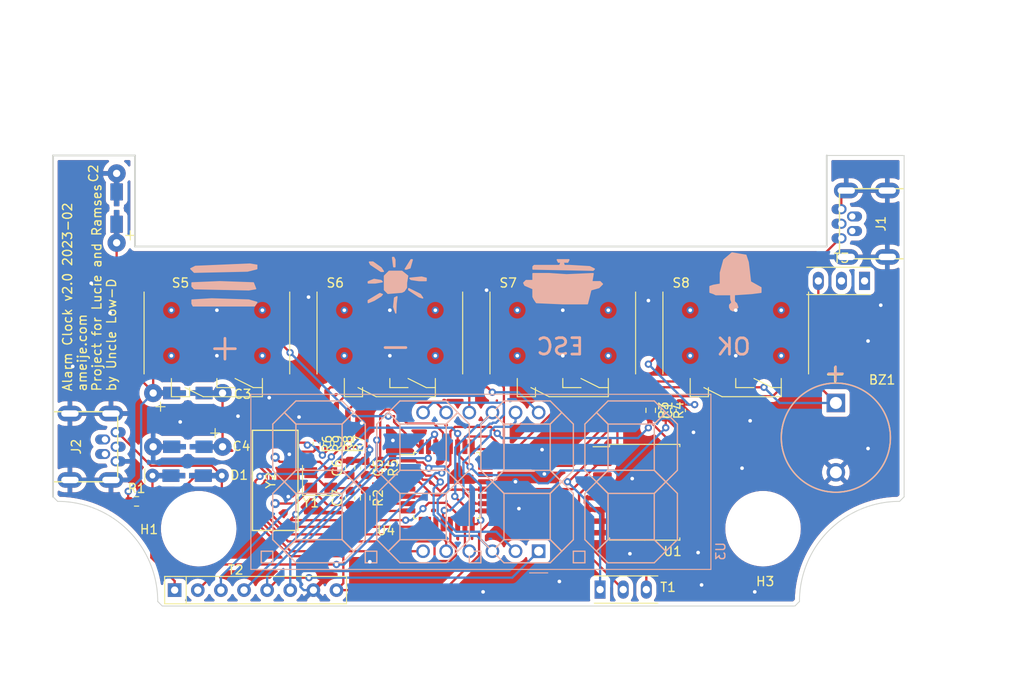
<source format=kicad_pcb>
(kicad_pcb (version 20211014) (generator pcbnew)
  (layers (0 "F.Cu" signal) (31 "B.Cu" signal) (34 "B.Paste" user) (35 "F.Paste" user) (36 "B.SilkS" user "B.Silkscreen") (37 "F.SilkS" user "F.Silkscreen") (38 "B.Mask" user) (39 "F.Mask" user) (44 "Edge.Cuts" user))
  (net 0 "")
  (net 1 "GND")
  (net 2 "/A0")
  (net 3 "VCC")
  (net 4 "Net-(C1-Pad2)")
  (net 5 "Net-(C3-Pad2)")
  (net 6 "Net-(C6-Pad1)")
  (net 7 "Net-(C7-Pad1)")
  (net 8 "/5(PWM)")
  (net 9 "/10(PWM-SS)")
  (net 10 "Net-(R5-Pad1)")
  (net 11 "/9(PWM)")
  (net 12 "Net-(R6-Pad1)")
  (net 13 "/6(PWM)")
  (net 14 "/A1")
  (net 15 "/A3")
  (net 16 "/2")
  (net 17 "/A2")
  (net 18 "Net-(D1-Pad1)")
  (net 21 "/0(Rx)")
  (net 22 "/1(Tx)")
  (net 24 "/A4(SDA)")
  (net 25 "/A5(SCL)")
  (net 26 "Net-(R7-Pad1)")
  (net 27 "Net-(T1-Pad1)")
  (net 28 "/3(PWM)")
  (net 29 "/4")
  (net 30 "/11(PWM-MOSI)")
  (net 31 "/7")
  (net 32 "/8")
  (net 33 "/13(SCK)")
  (net 34 "/12(MISO)")
  (net 35 "Net-(T1-Pad2)")
  (net 36 "Net-(T1-Pad3)")
  (net 39 "Net-(R8-Pad1)")
  (net 40 "Net-(R9-Pad1)")
  (net 41 "unconnected-(S5-Pad1)")
  (net 42 "unconnected-(S6-Pad1)")
  (net 43 "unconnected-(S7-Pad1)")
  (net 44 "unconnected-(S8-Pad1)")
  (footprint "Luciebox:usb_mini_Molex-0548190519" (layer "F.Cu") (at 93.4 19.5 180)
    (fp_text reference "J1")
    (fp_text value "USB_B_Mini")
  )
  (footprint "Resistor_SMD:R_0603_1608Metric" (layer "F.Cu") (at 67.31 40 -90)
    (fp_text reference "R4")
    (fp_text value "4.7k")
  )
  (footprint "Resistor_SMD:R_0402_1005Metric" (layer "F.Cu") (at 30.099 43.673 -90)
    (fp_text reference "R9")
    (fp_text value "100")
  )
  (footprint "Luciebox:buzzer" (layer "F.Cu") (at 86 43)
    (fp_text reference "BZ1")
    (fp_text value "Buzzer")
  )
  (footprint "Capacitor_SMD:C_0603_1608Metric" (layer "F.Cu") (at 32.639 49.629 90)
    (fp_text reference "C7")
    (fp_text value "0603,8.2pF,50V,C0G ")
  )
  (footprint "Luciebox:Terminal_8x1_100mil" (layer "F.Cu") (at 22.25 59.75)
    (fp_text reference "T2")
    (fp_text value "terminal_8x1")
  )
  (footprint "digital_clock:Button_LAZ16-11_sideways" (layer "F.Cu") (at 75 27)
    (fp_text reference "S8")
    (fp_text value "Button_Sideways")
  )
  (footprint "Package_SO:SOIC-16W_7.5x10.3mm_P1.27mm" (layer "F.Cu") (at 65 49)
    (fp_text reference "U1")
    (fp_text value "DS3231")
  )
  (footprint "Luciebox:usb_mini_Molex-0548190519" (layer "F.Cu") (at 0.1 44)
    (fp_text reference "J2")
    (fp_text value "USB_B_Mini")
  )
  (footprint "Resistor_SMD:R_0603_1608Metric" (layer "F.Cu") (at 35.941 46.327 -90)
    (fp_text reference "R5")
    (fp_text value "10k")
  )
  (footprint "Luciebox:Terminal_3x1_100mil" (layer "F.Cu") (at 86.614 25.781 180)
    (fp_text reference "T3")
    (fp_text value "terminal_3x1")
  )
  (footprint "Luciebox:MountingHole_4.3mm_M4" (layer "F.Cu") (at 16 53)
    (fp_text reference "H1")
    (fp_text value "MountingHole")
  )
  (footprint "Capacitor_SMD:C_0603_1608Metric" (layer "F.Cu") (at 32.639 46.327 90)
    (fp_text reference "C6")
    (fp_text value "0603,8.2pF,50V,C0G ")
  )
  (footprint "Resistor_SMD:R_0603_1608Metric" (layer "F.Cu") (at 9.175 50)
    (fp_text reference "R1")
    (fp_text value "high current")
  )
  (footprint "Luciebox:MountingHole_4.3mm_M4" (layer "F.Cu") (at 78 53)
    (fp_text reference "H3")
    (fp_text value "MountingHole")
  )
  (footprint "Resistor_SMD:R_0402_1005Metric" (layer "F.Cu") (at 31.242 43.673 -90)
    (fp_text reference "R8")
    (fp_text value "100")
  )
  (footprint "digital_clock:Button_LAZ16-11_sideways" (layer "F.Cu") (at 18 27)
    (fp_text reference "S5")
    (fp_text value "Button_Sideways")
  )
  (footprint "Resistor_SMD:R_0402_1005Metric" (layer "F.Cu") (at 32.385 43.673 -90)
    (fp_text reference "R7")
    (fp_text value "100")
  )
  (footprint "Resistor_SMD:R_0603_1608Metric" (layer "F.Cu") (at 34.29 49.629 -90)
    (fp_text reference "R2")
    (fp_text value "1M")
  )
  (footprint "digital_clock:polarized_capacitor" (layer "F.Cu") (at 14.81 38.1 180)
    (fp_text reference "C3")
    (fp_text value "C_Polarized")
  )
  (footprint "digital_clock:Button_LAZ16-11_sideways" (layer "F.Cu") (at 56 27)
    (fp_text reference "S7")
    (fp_text value "Button_Sideways")
  )
  (footprint "Capacitor_SMD:C_0603_1608Metric" (layer "F.Cu") (at 34.29 46.327 -90)
    (fp_text reference "C5")
    (fp_text value "0603,100nF,50V,X7R ")
  )
  (footprint "digital_clock:Crystal_SMD_3225-4Pin_3.2x2.5mm" (layer "F.Cu") (at 29.4072 47.696)
    (fp_text reference "Y1")
    (fp_text value "Crystal-Device_SMD_4pins_16MHz")
  )
  (footprint "digital_clock:polarized_capacitor" (layer "F.Cu") (at 14.81 44)
    (fp_text reference "C4")
    (fp_text value "C_Polarized")
  )
  (footprint "Luciebox:smd_throughhole_2_pins" (layer "F.Cu") (at 14.7324 47.175 180)
    (fp_text reference "D1")
    (fp_text value "D_Schottky")
  )
  (footprint "Resistor_SMD:R_0603_1608Metric" (layer "F.Cu") (at 65.659 40 -90)
    (fp_text reference "R3")
    (fp_text value "4.7k")
  )
  (footprint "digital_clock:Button_LAZ16-11_sideways" (layer "F.Cu") (at 37 27)
    (fp_text reference "S6")
    (fp_text value "Button_Sideways")
  )
  (footprint "Luciebox:CRYSTAL" (layer "F.Cu") (at 24.4072 47.696 -90)
    (fp_text reference "Y2")
    (fp_text value "16MHz")
  )
  (footprint "Package_QFP:TQFP-32_7x7mm_P0.8mm" (layer "F.Cu") (at 43.25 48.25)
    (fp_text reference "U4")
    (fp_text value "ATmega328P-A")
  )
  (footprint "Capacitor_SMD:C_0603_1608Metric" (layer "F.Cu") (at 68.961 40 90)
    (fp_text reference "C1")
    (fp_text value "0603,100nF,50V,X7R ")
  )
  (footprint "Resistor_SMD:R_0402_1005Metric" (layer "F.Cu") (at 28.956 43.673 -90)
    (fp_text reference "R6")
    (fp_text value "100")
  )
  (footprint "Luciebox:Terminal_3x1_100mil" (layer "F.Cu") (at 62.6375 59.69)
    (fp_text reference "T1")
    (fp_text value "terminal_3x1")
  )
  (footprint "digital_clock:polarized_capacitor" (layer "F.Cu") (at 6.985 17.78 -90)
    (fp_text reference "C2")
    (fp_text value "C_Polarized")
  )
  (footprint "Lucieboxv3:CA56-12SRWA" (layer "B.Cu") (at 53.35 55.4775 90)
    (fp_text reference "U3")
    (fp_text value "CA56-12SRWA")
  )
  (gr_poly (pts (xy 37.525119 27.651) (xy 37.425174 28.635436) (xy 37.652119 29.302) (xy 37.682 28.293471) (xy 37.779119 27.524)) (layer "B.SilkS") (width 0.15) (fill solid))
  (gr_poly (pts (xy 15.269 27.885915) (xy 15.269 28.266915) (xy 15.396 28.520915) (xy 19.714 28.520915) (xy 22.127 28.520915) (xy 22.381 28.139915) (xy 21.492 27.885915) (xy 17.428 27.758915)) (layer "B.SilkS") (width 0.15) (fill solid))
  (gr_poly (pts (xy 39.079 26.762) (xy 40.222 27.524) (xy 40.603 27.651) (xy 40.349 27.27) (xy 39.079 26.635)) (layer "B.SilkS") (width 0.15) (fill solid))
  (gr_poly (pts (xy 34.888 23.968) (xy 36.031 24.73) (xy 36.285 24.73) (xy 36.031 24.349) (xy 35.142 23.714) (xy 34.761 23.714)) (layer "B.SilkS") (width 0.15) (fill solid))
  (gr_poly (pts (xy 37.428 24.222) (xy 37.555 24.222) (xy 37.555 23.46) (xy 37.428 23.206) (xy 37.301 23.206)) (layer "B.SilkS") (width 0.15) (fill solid))
  (gr_poly (pts (xy 15.269 26) (xy 15.269 26.381) (xy 15.523 26.635) (xy 21.492 26.762) (xy 22.254 26.635) (xy 22 26) (xy 18.317 25.873)) (layer "B.SilkS") (width 0.15) (fill solid))
  (gr_poly (pts (xy 36.412 26.762) (xy 36.793 27.143) (xy 38.317 27.016) (xy 38.571 26.889) (xy 38.825 26.508) (xy 38.825 26) (xy 38.952 25.238) (xy 38.317 24.73) (xy 36.92 24.73) (xy 36.412 25.238)) (layer "B.SilkS") (width 0.15) (fill solid))
  (gr_poly (pts (xy 34.634 27.935655) (xy 34.634 28.159) (xy 35.269 27.905) (xy 36.031 27.427655) (xy 36.158 27.27) (xy 35.904 27.173655)) (layer "B.SilkS") (width 0.15) (fill solid))
  (gr_poly (pts (xy 15.644181 24.189237) (xy 15.136181 24.443237) (xy 15.517181 24.824237) (xy 21.359181 24.697237) (xy 22.375181 24.443237) (xy 22.375181 24.062237) (xy 21.613181 23.935237)) (layer "B.SilkS") (width 0.15) (fill solid))
  (gr_poly (pts (xy 55.523 23.714) (xy 55.777 23.714) (xy 55.777 23.841) (xy 55.65 24.095) (xy 52.856 24.095) (xy 52.729 24.222) (xy 52.729 24.476) (xy 59.333 24.603) (xy 59.46 24.476) (xy 58.952 24.222) (xy 56.793 24.095) (xy 56.539 24.095) (xy 56.158 24.095) (xy 56.031 23.714) (xy 56.539 23.714) (xy 56.666 23.46) (xy 55.396 23.46)) (layer "B.SilkS") (width 0.15) (fill solid))
  (gr_poly (pts (xy 73.698 23.476) (xy 73.317 24.873) (xy 73.317 26.143) (xy 72.555 26.27) (xy 72.174 26.397) (xy 72.174 27.032) (xy 72.555 27.159) (xy 72.809 27.286) (xy 73.444 27.286) (xy 74.46 27.286) (xy 74.46 27.794) (xy 74.587 28.175) (xy 74.333 28.429) (xy 74.333 28.683) (xy 74.46 28.937) (xy 74.714 29.064) (xy 74.968 28.937) (xy 75.222 28.683) (xy 75.095 28.302) (xy 74.841 28.048) (xy 74.841 27.286) (xy 76.746 27.159) (xy 77.762 27.032) (xy 77.762 26.524) (xy 76.619 25.889) (xy 76.365 23.73) (xy 76.111 22.968) (xy 74.587 22.714)) (layer "B.SilkS") (width 0.15) (fill solid))
  (gr_poly (pts (xy 52.729 25.746) (xy 51.967 25.746) (xy 51.713 26) (xy 51.84 26.254) (xy 52.729 26.635) (xy 52.729 27.524) (xy 52.856 27.778) (xy 53.11 28.159) (xy 56.031 28.286) (xy 58.698 28.286) (xy 59.079 26.762) (xy 59.968 26.508) (xy 60.349 26.127) (xy 60.095 25.873) (xy 59.206 25.873) (xy 59.206 25.746) (xy 59.333 24.984) (xy 56.412 25.111) (xy 54.507 24.984) (xy 52.729 24.984)) (layer "B.SilkS") (width 0.15) (fill solid))
  (gr_poly (pts (xy 39.206 25.492) (xy 39.333 25.619) (xy 40.222 25.746) (xy 40.984 25.746) (xy 40.984 25.492) (xy 40.476 25.365)) (layer "B.SilkS") (width 0.15) (fill solid))
  (gr_poly (pts (xy 38.698 24.476) (xy 38.825 24.476) (xy 39.206 24.349) (xy 39.46 23.46) (xy 39.333 23.46)) (layer "B.SilkS") (width 0.15) (fill solid))
  (gr_poly (pts (xy 34.634 25.873) (xy 34.634 26) (xy 35.396 26) (xy 36.158 25.873) (xy 36.031 25.746) (xy 35.269 25.619)) (layer "B.SilkS") (width 0.15) (fill solid))
  (gr_line (start 12 61.5) (end 81.5 61.5) (layer "Edge.Cuts") (width 0.1))
  (gr_line (start 93.5 49.5) (end 93 50) (layer "Edge.Cuts") (width 0.1))
  (gr_line (start 0 12) (end 9 12) (layer "Edge.Cuts") (width 0.2))
  (gr_line (start 93.5 12) (end 85 12) (layer "Edge.Cuts") (width 0.1))
  (gr_line (start 82 61) (end 81.5 61.5) (layer "Edge.Cuts") (width 0.1))
  (gr_arc (start 82 61) (mid 85.221825 53.221825) (end 93 50) (layer "Edge.Cuts") (width 0.1))
  (gr_line (start 93.5 49.5) (end 93.5 12) (layer "Edge.Cuts") (width 0.1))
  (gr_line (start 0 49.5) (end 0.5 50) (layer "Edge.Cuts") (width 0.1))
  (gr_arc (start 0.5 50) (mid 8.278175 53.221825) (end 11.5 61) (layer "Edge.Cuts") (width 0.1))
  (gr_line (start 9 12) (end 9 22) (layer "Edge.Cuts") (width 0.2))
  (gr_line (start 11.5 61) (end 12 61.5) (layer "Edge.Cuts") (width 0.1))
  (gr_line (start 85 22) (end 85 12) (layer "Edge.Cuts") (width 0.2))
  (gr_line (start 9 22) (end 85 22) (layer "Edge.Cuts") (width 0.2))
  (gr_line (start 0 49.5) (end 0 12) (layer "Edge.Cuts") (width 0.2))
  (gr_text "OK" (at 74.778 33.016) (layer "B.SilkS") (effects (font (size 1.8 1.8) (thickness 0.3)) (justify mirror)))
  (gr_text "+" (at 18.883181 33) (layer "B.SilkS") (effects (font (size 3 3) (thickness 0.3)) (justify mirror)))
  (gr_text "-" (at 37.619 32.873) (layer "B.SilkS") (effects (font (size 3 3) (thickness 0.3)) (justify mirror)))
  (gr_text "ESC" (at 55.714 33) (layer "B.SilkS") (effects (font (size 1.8 1.8) (thickness 0.3)) (justify mirror)))
  (gr_text "Alarm Clock v2.0 2023-02\nameije.com\nProject for Lucie and Ramses\nby Uncle Low-D     \n" (at 4 38 90) (layer "F.SilkS") (effects (font (size 1 1)) (justify left)))
  (segment (start 39 48.65) (end 38.075978 48.65) (width 0.25) (layer "F.Cu") (net 1))
  (segment (start 40.64 47.625) (end 40.065 47.05) (width 0.25) (layer "F.Cu") (net 1))
  (segment (start 58.42 51.645) (end 58.42 52.07) (width 0.25) (layer "F.Cu") (net 1))
  (segment (start 58.525 53.445) (end 58.42 53.34) (width 0.25) (layer "F.Cu") (net 1))
  (segment (start 43.59 47.85) (end 42.545 48.895) (width 0.25) (layer "F.Cu") (net 1))
  (segment (start 30.5072 48.546) (end 32.331 48.546) (width 0.25) (layer "F.Cu") (net 1))
  (segment (start 50.7915 47.85) (end 50.8 47.8415) (width 0.25) (layer "F.Cu") (net 1))
  (segment (start 69.65 48.365) (end 71.225 48.365) (width 0.25) (layer "F.Cu") (net 1))
  (segment (start 37.12652 46.22652) (end 37.12652 43.51848) (width 0.25) (layer "F.Cu") (net 1))
  (segment (start 59.16 50.905) (end 58.42 51.645) (width 0.25) (layer "F.Cu") (net 1))
  (segment (start 59.16 50.905) (end 60.35 50.905) (width 0.25) (layer "F.Cu") (net 1))
  (segment (start 86.6 17.9) (end 86.6 16.38928) (width 0.25) (layer "F.Cu") (net 1))
  (segment (start 34.29 45.552) (end 32.639 45.552) (width 0.25) (layer "F.Cu") (net 1))
  (segment (start 71.65 52.175) (end 69.65 52.175) (width 0.25) (layer "F.Cu") (net 1))
  (segment (start 37.338 46.01504) (end 37.338 45.974) (width 0.25) (layer "F.Cu") (net 1))
  (segment (start 91.65 23.15) (end 91.65 41.16) (width 0.25) (layer "F.Cu") (net 1))
  (segment (start 87.13928 15.85) (end 91.65 15.85) (width 0.25) (layer "F.Cu") (net 1))
  (segment (start 69.65 50.905) (end 71.65 50.905) (width 0.25) (layer "F.Cu") (net 1))
  (segment (start 28.4072 46.846) (end 30.1072 48.546) (width 0.25) (layer "F.Cu") (net 1))
  (segment (start 71.755 50.8) (end 71.755 52.07) (width 0.25) (layer "F.Cu") (net 1))
  (segment (start 41.275 47.625) (end 40.64 47.625) (width 0.25) (layer "F.Cu") (net 1))
  (segment (start 58.525 52.175) (end 60.35 52.175) (width 0.25) (layer "F.Cu") (net 1))
  (segment (start 34.417 43.941419) (end 34.417 41.402) (width 0.25) (layer "F.Cu") (net 1))
  (segment (start 71.755 53.34) (end 71.65 53.445) (width 0.25) (layer "F.Cu") (net 1))
  (segment (start 58.42 53.34) (end 58.42 52.28) (width 0.25) (layer "F.Cu") (net 1))
  (segment (start 71.225 48.365) (end 71.755 48.895) (width 0.25) (layer "F.Cu") (net 1))
  (segment (start 32.331 48.546) (end 32.639 48.854) (width 0.25) (layer "F.Cu") (net 1))
  (segment (start 38.94 46.99) (end 39 47.05) (width 0.25) (layer "F.Cu") (net 1))
  (segment (start 71.755 48.895) (end 71.015 49.635) (width 0.25) (layer "F.Cu") (net 1))
  (segment (start 42.545 48.895) (end 41.275 47.625) (width 0.25) (layer "F.Cu") (net 1))
  (segment (start 60.35 53.445) (end 58.525 53.445) (width 0.25) (layer "F.Cu") (net 1))
  (segment (start 86.6 16.38928) (end 87.13928 15.85) (width 0.25) (layer "F.Cu") (net 1))
  (segment (start 71.755 52.28) (end 71.755 53.34) (width 0.25) (layer "F.Cu") (net 1))
  (segment (start 58.42 52.28) (end 58.525 52.175) (width 0.25) (layer "F.Cu") (net 1))
  (segment (start 37.95 47.05) (end 37.12652 46.22652) (width 0.25) (layer "F.Cu") (net 1))
  (segment (start 68.961 41.021) (end 70.358 42.418) (width 0.25) (layer "F.Cu") (net 1))
  (segment (start 71.65 53.445) (end 69.65 53.445) (width 0.25) (layer "F.Cu") (net 1))
  (segment (start 71.755 50.8) (end 71.755 48.895) (width 0.25) (layer "F.Cu") (net 1))
  (segment (start 38.1 46.99) (end 38.94 46.99) (width 0.25) (layer "F.Cu") (net 1))
  (segment (start 47.5 47.85) (end 50.7915 47.85) (width 0.25) (layer "F.Cu") (net 1))
  (segment (start 34.96452 46.22652) (end 34.29 45.552) (width 0.25) (layer "F.Cu") (net 1))
  (segment (start 34.798867 44.323286) (end 34.417 43.941419) (width 0.25) (layer "F.Cu") (net 1))
  (segment (start 71.65 50.905) (end 71.755 50.8) (width 0.25) (layer "F.Cu") (net 1))
  (segment (start 47.5 47.85) (end 43.59 47.85) (width 0.25) (layer "F.Cu") (net 1))
  (segment (start 71.015 49.635) (end 69.65 49.635) (width 0.25) (layer "F.Cu") (net 1))
  (segment (start 91.65 41.16) (end 86 46.81) (width 0.25) (layer "F.Cu") (net 1))
  (segment (start 68.961 40.775) (end 68.961 41.021) (width 0.25) (layer "F.Cu") (net 1))
  (segment (start 58.42 52.07) (end 58.525 52.175) (width 0.25) (layer "F.Cu") (net 1))
  (segment (start 37.12652 43.51848) (end 37.338 43.307) (width 0.25) (layer "F.Cu") (net 1))
  (segment (start 71.65 52.175) (end 71.755 52.28) (width 0.25) (layer "F.Cu") (net 1))
  (segment (start 37.12652 46.22652) (end 34.96452 46.22652) (width 0.25) (layer "F.Cu") (net 1))
  (segment (start 60.35 49.635) (end 58.525 49.635) (width 0.25) (layer "F.Cu") (net 1))
  (segment (start 37.465 48.039022) (end 37.465 47.625) (width 0.25) (layer "F.Cu") (net 1))
  (segment (start 38.075978 48.65) (end 37.465 48.039022) (width 0.25) (layer "F.Cu") (net 1))
  (segment (start 58.42 49.53) (end 58.42 50.165) (width 0.25) (layer "F.Cu") (net 1))
  (segment (start 28.3072 46.846) (end 28.4072 46.846) (width 0.25) (layer "F.Cu") (net 1))
  (segment (start 58.525 49.635) (end 58.42 49.53) (width 0.25) (layer "F.Cu") (net 1))
  (segment (start 37.465 47.625) (end 38.1 46.99) (width 0.25) (layer "F.Cu") (net 1))
  (segment (start 71.755 52.07) (end 71.65 52.175) (width 0.25) (layer "F.Cu") (net 1))
  (segment (start 37.12652 46.22652) (end 37.338 46.01504) (width 0.25) (layer "F.Cu") (net 1))
  (segment (start 34.417 41.402) (end 33.909 41.402) (width 0.25) (layer "F.Cu") (net 1))
  (segment (start 30.1072 48.546) (end 30.5072 48.546) (width 0.25) (layer "F.Cu") (net 1))
  (segment (start 34.29 44.832153) (end 34.798867 44.323286) (width 0.25) (layer "F.Cu") (net 1))
  (segment (start 91.65 15.85) (end 91.65 23.15) (width 0.25) (layer "F.Cu") (net 1))
  (segment (start 34.29 45.552) (end 34.29 44.832153) (width 0.25) (layer "F.Cu") (net 1))
  (segment (start 40.065 47.05) (end 39 47.05) (width 0.25) (layer "F.Cu") (net 1))
  (segment (start 58.42 50.165) (end 59.16 50.905) (width 0.25) (layer "F.Cu") (net 1))
  (segment (start 39 47.05) (end 37.95 47.05) (width 0.25) (layer "F.Cu") (net 1))
  (via (at 65.405 27.94) (size 0.8) (drill 0.4) (layers "F.Cu" "B.Cu") (net 1))
  (via (at 50.8 47.8415) (size 0.8) (drill 0.4) (layers "F.Cu" "B.Cu") (net 1))
  (via (at 6.2605 29.301885) (size 0.8) (drill 0.4) (layers "F.Cu" "B.Cu") (net 1))
  (via (at 25.956211 44.831) (size 0.8) (drill 0.4) (layers "F.Cu" "B.Cu") (net 1))
  (via (at 18 34) (size 0.8) (drill 0.4) (layers "F.Cu" "B.Cu") (net 1))
  (via (at 37.338 43.307) (size 0.8) (drill 0.4) (layers "F.Cu" "B.Cu") (net 1))
  (via (at 77.089 59.944) (size 0.8) (drill 0.4) (layers "F.Cu" "B.Cu") (net 1))
  (via (at 90.932 28.448) (size 0.8) (drill 0.4) (layers "F.Cu" "B.Cu") (net 1))
  (via (at 18 29) (size 0.8) (drill 0.4) (layers "F.Cu" "B.Cu") (net 1))
  (via (at 89.535 44.196) (size 0.8) (drill 0.4) (layers "F.Cu" "B.Cu") (net 1))
  (via (at 53.975 46.99) (size 0.8) (drill 0.4) (layers "F.Cu" "B.Cu") (net 1))
  (via (at 34.798 56.642) (size 0.8) (drill 0.4) (layers "F.Cu" "B.Cu") (net 1))
  (via (at 63.627 47.498) (size 0.8) (drill 0.4) (layers "F.Cu" "B.Cu") (net 1))
  (via (at 53.721 44.323) (size 0.8) (drill 0.4) (layers "F.Cu" "B.Cu") (net 1))
  (via (at 70.358 42.418) (size 0.8) (drill 0.4) (layers "F.Cu" "B.Cu") (net 1))
  (via (at 28.067 27.559) (size 0.8) (drill 0.4) (layers "F.Cu" "B.Cu") (net 1))
  (via (at 47.244 59.944) (size 0.8) (drill 0.4) (layers "F.Cu" "B.Cu") (net 1))
  (via (at 47.625 26.797) (size 0.8) (drill 0.4) (layers "F.Cu" "B.Cu") (net 1))
  (via (at 89.535 32.385) (size 0.8) (drill 0.4) (layers "F.Cu" "B.Cu") (net 1))
  (via (at 37.338 45.974) (size 0.8) (drill 0.4) (layers "F.Cu" "B.Cu") (net 1))
  (via (at 56 34) (size 0.8) (drill 0.4) (layers "F.Cu" "B.Cu") (net 1))
  (via (at 23.749 38.608) (size 0.8) (drill 0.4) (layers "F.Cu" "B.Cu") (net 1))
  (via (at 63.373 55.753) (size 0.8) (drill 0.4) (layers "F.Cu" "B.Cu") (net 1))
  (via (at 56 29) (size 0.8) (drill 0.4) (layers "F.Cu" "B.Cu") (net 1))
  (via (at 37 29) (size 0.8) (drill 0.4) (layers "F.Cu" "B.Cu") (net 1))
  (via (at 75.692 46.355) (size 0.8) (drill 0.4) (layers "F.Cu" "B.Cu") (net 1))
  (via (at 34.798867 44.323286) (size 0.8) (drill 0.4) (layers "F.Cu" "B.Cu") (net 1))
  (via (at 37 34) (size 0.8) (drill 0.4) (layers "F.Cu" "B.Cu") (net 1))
  (via (at 25.840715 49.478883) (size 0.8) (drill 0.4) (layers "F.Cu" "B.Cu") (net 1))
  (via (at 71.247 59.182) (size 0.8) (drill 0.4) (layers "F.Cu" "B.Cu") (net 1))
  (via (at 33.909 41.402) (size 0.8) (drill 0.4) (layers "F.Cu" "B.Cu") (net 1))
  (via (at 75 29) (size 0.8) (drill 0.4) (layers "F.Cu" "B.Cu") (net 1))
  (via (at 75 34) (size 0.8) (drill 0.4) (layers "F.Cu" "B.Cu") (net 1))
  (via (at 51.181 50.8) (size 0.8) (drill 0.4) (layers "F.Cu" "B.Cu") (net 1))
  (via (at 70.866 55.626) (size 0.8) (drill 0.4) (layers "F.Cu" "B.Cu") (net 1))
  (via (at 2.159 35.179) (size 0.8) (drill 0.4) (layers "F.Cu" "B.Cu") (net 1))
  (via (at 20.32 40.64) (size 0.8) (drill 0.4) (layers "F.Cu" "B.Cu") (net 1))
  (via (at 13.97 41.275) (size 0.8) (drill 0.4) (layers "F.Cu" "B.Cu") (net 1))
  (via (at 76.581 41.148) (size 0.8) (drill 0.4) (layers "F.Cu" "B.Cu") (net 1))
  (via (at 4.191 26.035) (size 0.8) (drill 0.4) (layers "F.Cu" "B.Cu") (net 1))
  (via (at 27.023069 40.739069) (size 0.8) (drill 0.4) (layers "F.Cu" "B.Cu") (net 1))
  (via (at 55.626 58.801) (size 0.8) (drill 0.4) (layers "F.Cu" "B.Cu") (net 1))
  (segment (start 27.432 57.658) (end 33.782 57.658) (width 0.25) (layer "B.Cu") (net 1))
  (segment (start 27.178 57.912) (end 27.3685 57.7215) (width 0.25) (layer "B.Cu") (net 1))
  (segment (start 28.6 59.75) (end 27.53934 59.75) (width 0.25) (layer "B.Cu") (net 1))
  (segment (start 27.178 59.38866) (end 27.178 57.912) (width 0.25) (layer "B.Cu") (net 1))
  (segment (start 37.338 47.752) (end 27.3685 57.7215) (width 0.25) (layer "B.Cu") (net 1))
  (segment (start 27.53934 59.75) (end 27.178 59.38866) (width 0.25) (layer "B.Cu") (net 1))
  (segment (start 27.3685 57.7215) (end 27.432 57.658) (width 0.25) (layer "B.Cu") (net 1))
  (segment (start 33.782 57.658) (end 34.798 56.642) (width 0.25) (layer "B.Cu") (net 1))
  (segment (start 37.338 45.974) (end 37.338 47.752) (width 0.25) (layer "B.Cu") (net 1))
  (segment (start 84.074 37.264) (end 86 39.19) (width 0.25) (layer "F.Cu") (net 2))
  (segment (start 65.743928 37.465) (end 78.105 37.465) (width 0.25) (layer "F.Cu") (net 2))
  (segment (start 84.074 25.781) (end 84.074 37.264) (width 0.25) (layer "F.Cu") (net 2))
  (segment (start 57.107928 46.101) (end 65.743928 37.465) (width 0.25) (layer "F.Cu") (net 2))
  (segment (start 47.5 46.25) (end 47.649 46.101) (width 0.25) (layer "F.Cu") (net 2))
  (segment (start 47.649 46.101) (end 57.107928 46.101) (width 0.25) (layer "F.Cu") (net 2))
  (via (at 78.105 37.465) (size 0.8) (drill 0.4) (layers "F.Cu" "B.Cu") (net 2))
  (segment (start 79.83 39.19) (end 78.105 37.465) (width 0.25) (layer "B.Cu") (net 2))
  (segment (start 86 39.19) (end 79.83 39.19) (width 0.25) (layer "B.Cu") (net 2))
  (segment (start 41.364501 48.985205) (end 41.364501 48.984501) (width 0.25) (layer "F.Cu") (net 3))
  (segment (start 86.45 21.1) (end 82.55 25) (width 0.25) (layer "F.Cu") (net 3))
  (segment (start 31.89 56.02) (end 31.89 59) (width 0.25) (layer "F.Cu") (net 3))
  (segment (start 42.977089 59.75) (end 46.804511 55.922578) (width 0.25) (layer "F.Cu") (net 3))
  (segment (start 31.14 59.75) (end 42.977089 59.75) (width 0.25) (layer "F.Cu") (net 3))
  (segment (start 46.439296 50.25) (end 44.898806 48.70951) (width 0.25) (layer "F.Cu") (net 3))
  (segment (start 68.03452 38.45048) (end 67.31 39.175) (width 0.25) (layer "F.Cu") (net 3))
  (segment (start 47.5 50.25) (end 46.439296 50.25) (width 0.25) (layer "F.Cu") (net 3))
  (segment (start 36.639 47.85) (end 35.941 47.152) (width 0.25) (layer "F.Cu") (net 3))
  (segment (start 39 49.45) (end 40.72 49.45) (width 0.25) (layer "F.Cu") (net 3))
  (segment (start 40.229296 47.85) (end 39 47.85) (width 0.25) (layer "F.Cu") (net 3))
  (segment (start 41.723807 49.344511) (end 41.364501 48.985205) (width 0.25) (layer "F.Cu") (net 3))
  (segment (start 41.275 48.895) (end 41.364501 48.984501) (width 0.25) (layer "F.Cu") (net 3))
  (segment (start 60.776072 45.825) (end 62 44.601072) (width 0.25) (layer "F.Cu") (net 3))
  (segment (start 35.941 47.152) (end 34.34 47.152) (width 0.25) (layer "F.Cu") (net 3))
  (segment (start 47.44049 48.70951) (end 43.48451 48.70951) (width 0.25) (layer "F.Cu") (net 3))
  (segment (start 6.9 42.4) (end 7.061758 42.4) (width 0.25) (layer "F.Cu") (net 3))
  (segment (start 60.35 45.825) (end 60.776072 45.825) (width 0.25) (layer "F.Cu") (net 3))
  (segment (start 48.424022 50.25) (end 48.624511 50.450489) (width 0.25) (layer "F.Cu") (net 3))
  (segment (start 15.69 47.175) (end 18.5424 47.175) (width 0.25) (layer "F.Cu") (net 3))
  (segment (start 26.02 56.02) (end 31.89 56.02) (width 0.25) (layer "F.Cu") (net 3))
  (segment (start 42.84951 49.34451) (end 41.723807 49.344511) (width 0.25) (layer "F.Cu") (net 3))
  (segment (start 10.750247 46.088489) (end 17.455889 46.088489) (width 0.25) (layer "F.Cu") (net 3))
  (segment (start 41.363797 48.984501) (end 40.229296 47.85) (width 0.25) (layer "F.Cu") (net 3))
  (segment (start 57.098928 48.65) (end 59.923928 45.825) (width 0.25) (layer "F.Cu") (net 3))
  (segment (start 48.624511 51.649511) (end 48.624511 50.450489) (width 0.25) (layer "F.Cu") (net 3))
  (segment (start 43.48451 48.70951) (end 42.84951 49.34451) (width 0.25) (layer "F.Cu") (net 3))
  (segment (start 44.898806 48.70951) (end 43.48451 48.70951) (width 0.25) (layer "F.Cu") (net 3))
  (segment (start 31.89 59) (end 31.14 59.75) (width 0.25) (layer "F.Cu") (net 3))
  (segment (start 18.5424 47.175) (end 18.5424 48.5424) (width 0.25) (layer "F.Cu") (net 3))
  (segment (start 10.795 56.185) (end 10.795 52.07) (width 0.25) (layer "F.Cu") (net 3))
  (segment (start 62 44.601072) (end 62 42) (width 0.25) (layer "F.Cu") (net 3))
  (segment (start 82.55 25) (end 82.55 34.9696) (width 0.25) (layer "F.Cu") (net 3))
  (segment (start 86.6 21.1) (end 86.45 21.1) (width 0.25) (layer "F.Cu") (net 3))
  (segment (start 46.804511 55.922578) (end 46.804511 53.469511) (width 0.25) (layer "F.Cu") (net 3))
  (segment (start 41.364501 48.984501) (end 41.363797 48.984501) (width 0.25) (layer "F.Cu") (net 3))
  (segment (start 59.923928 45.825) (end 60.35 45.825) (width 0.25) (layer "F.Cu") (net 3))
  (segment (start 47.5 48.65) (end 47.44049 48.70951) (width 0.25) (layer "F.Cu") (net 3))
  (segment (start 64.825 39.175) (end 65.659 39.175) (width 0.25) (layer "F.Cu") (net 3))
  (segment (start 67.31 39.175) (end 65.659 39.175) (width 0.25) (layer "F.Cu") (net 3))
  (segment (start 46.804511 53.469511) (end 48.624511 51.649511) (width 0.25) (layer "F.Cu") (net 3))
  (segment (start 18.5424 48.5424) (end 26.02 56.02) (width 0.25) (layer "F.Cu") (net 3))
  (segment (start 13.36 58.75) (end 10.795 56.185) (width 0.25) (layer "F.Cu") (net 3))
  (segment (start 39 49.45) (end 38.239 49.45) (width 0.25) (layer "F.Cu") (net 3))
  (segment (start 82.55 34.9696) (end 79.06912 38.45048) (width 0.25) (layer "F.Cu") (net 3))
  (segment (start 38.239 49.45) (end 36.639 47.85) (width 0.25) (layer "F.Cu") (net 3))
  (segment (start 34.34 47.152) (end 34.29 47.102) (width 0.25) (layer "F.Cu") (net 3))
  (segment (start 79.06912 38.45048) (end 68.03452 38.45048) (width 0.25) (layer "F.Cu") (net 3))
  (segment (start 7.061758 42.4) (end 10.750247 46.088489) (width 0.25) (layer "F.Cu") (net 3))
  (segment (start 17.455889 46.088489) (end 18.5424 47.175) (width 0.25) (layer "F.Cu") (net 3))
  (segment (start 47.5 48.65) (end 57.098928 48.65) (width 0.25) (layer "F.Cu") (net 3))
  (segment (start 10.795 52.07) (end 15.69 47.175) (width 0.25) (layer "F.Cu") (net 3))
  (segment (start 62 42) (end 64.825 39.175) (width 0.25) (layer "F.Cu") (net 3))
  (segment (start 40.72 49.45) (end 41.275 48.895) (width 0.25) (layer "F.Cu") (net 3))
  (segment (start 13.36 59.75) (end 13.36 58.75) (width 0.25) (layer "F.Cu") (net 3))
  (segment (start 47.5 50.25) (end 48.424022 50.25) (width 0.25) (layer "F.Cu") (net 3))
  (segment (start 71.306194 47.43951) (end 69.99451 47.43951) (width 0.25) (layer "F.Cu") (net 4))
  (segment (start 66.675 26.035) (end 66.675 33.655) (width 0.25) (layer "F.Cu") (net 4))
  (segment (start 68.961 39.225) (end 72.204511 42.468511) (width 0.25) (layer "F.Cu") (net 4))
  (segment (start 69.99451 47.43951) (end 69.65 47.095) (width 0.25) (layer "F.Cu") (net 4))
  (segment (start 11 38.1) (end 11 38) (width 0.25) (layer "F.Cu") (net 4))
  (segment (start 11.9752 24.765) (end 65.405 24.765) (width 0.25) (layer "F.Cu") (net 4))
  (segment (start 6.985 33.985) (end 6.985 21.59) (width 0.25) (layer "F.Cu") (net 4))
  (segment (start 8.255 48.895) (end 8.255 49.905) (width 0.25) (layer "F.Cu") (net 4))
  (segment (start 72.204511 42.468511) (end 72.20451 46.541194) (width 0.25) (layer "F.Cu") (net 4))
  (segment (start 11 38) (end 6.985 33.985) (width 0.25) (layer "F.Cu") (net 4))
  (segment (start 11 25.7402) (end 11.9752 24.765) (width 0.25) (layer "F.Cu") (net 4))
  (segment (start 69.106 39.37) (end 68.961 39.225) (width 0.25) (layer "F.Cu") (net 4))
  (segment (start 8.255 49.905) (end 8.35 50) (width 0.25) (layer "F.Cu") (net 4))
  (segment (start 72.20451 46.541194) (end 71.306194 47.43951) (width 0.25) (layer "F.Cu") (net 4))
  (segment (start 66.675 33.655) (end 65.405 34.925) (width 0.25) (layer "F.Cu") (net 4))
  (segment (start 11 38.1) (end 11 25.7402) (width 0.25) (layer "F.Cu") (net 4))
  (segment (start 65.405 24.765) (end 66.675 26.035) (width 0.25) (layer "F.Cu") (net 4))
  (segment (start 70.485 39.37) (end 69.106 39.37) (width 0.25) (layer "F.Cu") (net 4))
  (via (at 70.485 39.37) (size 0.8) (drill 0.4) (layers "F.Cu" "B.Cu") (net 4))
  (via (at 65.405 34.925) (size 0.8) (drill 0.4) (layers "F.Cu" "B.Cu") (net 4))
  (via (at 8.255 48.895) (size 0.8) (drill 0.4) (layers "F.Cu" "B.Cu") (net 4))
  (segment (start 9.675489 47.474511) (end 8.255 48.895) (width 0.25) (layer "B.Cu") (net 4))
  (segment (start 11 38.1) (end 9.675489 39.424511) (width 0.25) (layer "B.Cu") (net 4))
  (segment (start 69.85 39.37) (end 70.485 39.37) (width 0.25) (layer "B.Cu") (net 4))
  (segment (start 65.405 34.925) (end 69.85 39.37) (width 0.25) (layer "B.Cu") (net 4))
  (segment (start 9.675489 39.424511) (end 9.675489 47.474511) (width 0.25) (layer "B.Cu") (net 4))
  (segment (start 19.685 44.45) (end 19.07 44.45) (width 0.25) (layer "F.Cu") (net 5))
  (segment (start 18.62 43.385) (end 19.685 44.45) (width 0.25) (layer "F.Cu") (net 5))
  (segment (start 19.07 44.45) (end 18.62 44) (width 0.25) (layer "F.Cu") (net 5))
  (segment (start 18.62 38.1) (end 18.62 43.385) (width 0.25) (layer "F.Cu") (net 5))
  (segment (start 29.317199 45.655999) (end 30.5072 46.846) (width 0.25) (layer "F.Cu") (net 6))
  (segment (start 32.639 47.102) (end 32.639 47.153) (width 0.25) (layer "F.Cu") (net 6))
  (segment (start 30.5072 46.846) (end 32.383 46.846) (width 0.25) (layer "F.Cu") (net 6))
  (segment (start 32.383 46.846) (end 32.639 47.102) (width 0.25) (layer "F.Cu") (net 6))
  (segment (start 24.4072 45.156) (end 24.907199 45.655999) (width 0.25) (layer "F.Cu") (net 6))
  (segment (start 37.55 50.25) (end 39 50.25) (width 0.25) (layer "F.Cu") (net 6))
  (segment (start 34.29 48.804) (end 36.104 48.804) (width 0.25) (layer "F.Cu") (net 6))
  (segment (start 24.907199 45.655999) (end 29.317199 45.655999) (width 0.25) (layer "F.Cu") (net 6))
  (segment (start 36.104 48.804) (end 37.55 50.25) (width 0.25) (layer "F.Cu") (net 6))
  (segment (start 32.639 47.153) (end 34.29 48.804) (width 0.25) (layer "F.Cu") (net 6))
  (segment (start 34.29 50.454) (end 34.886 51.05) (width 0.25) (layer "F.Cu") (net 7))
  (segment (start 30.1652 50.404) (end 32.639 50.404) (width 0.25) (layer "F.Cu") (net 7))
  (segment (start 34.886 51.05) (end 39 51.05) (width 0.25) (layer "F.Cu") (net 7))
  (segment (start 28.3072 48.546) (end 30.1652 50.404) (width 0.25) (layer "F.Cu") (net 7))
  (segment (start 32.689 50.454) (end 32.639 50.404) (width 0.25) (layer "F.Cu") (net 7))
  (segment (start 32.639 50.404) (end 32.639 50.419) (width 0.25) (layer "F.Cu") (net 7))
  (segment (start 24.4072 50.236) (end 26.6172 50.236) (width 0.25) (layer "F.Cu") (net 7))
  (segment (start 34.29 50.454) (end 32.689 50.454) (width 0.25) (layer "F.Cu") (net 7))
  (segment (start 26.6172 50.236) (end 28.3072 48.546) (width 0.25) (layer "F.Cu") (net 7))
  (segment (start 28.599499 44.539501) (end 26.760205 44.539501) (width 0.25) (layer "F.Cu") (net 8))
  (segment (start 25.488797 52.794501) (end 40.155499 52.794501) (width 0.25) (layer "F.Cu") (net 8))
  (segment (start 23.951971 44.056977) (end 23.04549 44.963458) (width 0.25) (layer "F.Cu") (net 8))
  (segment (start 23.04549 45.906188) (end 23.715805 46.576503) (width 0.25) (layer "F.Cu") (net 8))
  (segment (start 26.760205 44.539501) (end 26.277681 44.056977) (width 0.25) (layer "F.Cu") (net 8))
  (segment (start 25.062328 52.519512) (end 25.213808 52.519512) (width 0.25) (layer "F.Cu") (net 8))
  (segment (start 23.715805 48.673491) (end 23.133179 49.256117) (width 0.25) (layer "F.Cu") (net 8))
  (segment (start 40.155499 52.794501) (end 40.45 52.5) (width 0.25) (layer "F.Cu") (net 8))
  (segment (start 23.906307 46.767011) (end 23.906306 47.739596) (width 0.25) (layer "F.Cu") (net 8))
  (segment (start 23.133179 50.590363) (end 25.062328 52.519512) (width 0.25) (layer "F.Cu") (net 8))
  (segment (start 23.715805 46.576509) (end 23.906307 46.767011) (width 0.25) (layer "F.Cu") (net 8))
  (segment (start 23.715805 46.576503) (end 23.715805 46.576509) (width 0.25) (layer "F.Cu") (net 8))
  (segment (start 23.133179 49.256117) (end 23.133179 50.590363) (width 0.25) (layer "F.Cu") (net 8))
  (segment (start 23.04549 44.963458) (end 23.04549 45.906188) (width 0.25) (layer "F.Cu") (net 8))
  (segment (start 23.906306 47.739596) (end 23.715805 47.930097) (width 0.25) (layer "F.Cu") (net 8))
  (segment (start 23.715805 47.930097) (end 23.715805 48.673491) (width 0.25) (layer "F.Cu") (net 8))
  (segment (start 28.956 44.183) (end 28.599499 44.539501) (width 0.25) (layer "F.Cu") (net 8))
  (segment (start 25.213808 52.519512) (end 25.488797 52.794501) (width 0.25) (layer "F.Cu") (net 8))
  (segment (start 26.277681 44.056977) (end 23.951971 44.056977) (width 0.25) (layer "F.Cu") (net 8))
  (segment (start 44.45 52.5) (end 44.45 51.435) (width 0.25) (layer "F.Cu") (net 9))
  (segment (start 44.45 51.435) (end 43.18 50.165) (width 0.25) (layer "F.Cu") (net 9))
  (segment (start 32.546991 44.021009) (end 33.696884 44.021009) (width 0.25) (layer "F.Cu") (net 9))
  (segment (start 32.385 44.183) (end 32.546991 44.021009) (width 0.25) (layer "F.Cu") (net 9))
  (segment (start 26.035 52.07) (end 26.67 51.435) (width 0.25) (layer "F.Cu") (net 9))
  (segment (start 41.275 50.165) (end 40.64 50.8) (width 0.25) (layer "F.Cu") (net 9))
  (segment (start 38.735 52.07) (end 26.035 52.07) (width 0.25) (layer "F.Cu") (net 9))
  (segment (start 43.18 50.165) (end 41.275 50.165) (width 0.25) (layer "F.Cu") (net 9))
  (via (at 38.735 52.07) (size 0.8) (drill 0.4) (layers "F.Cu" "B.Cu") (net 9))
  (via (at 40.64 50.8) (size 0.8) (drill 0.4) (layers "F.Cu" "B.Cu") (net 9))
  (via (at 26.67 51.435) (size 0.8) (drill 0.4) (layers "F.Cu" "B.Cu") (net 9))
  (via (at 33.696884 44.021009) (size 0.8) (drill 0.4) (layers "F.Cu" "B.Cu") (net 9))
  (segment (start 26.986816 51.435) (end 33.696884 44.724932) (width 0.25) (layer "B.Cu") (net 9))
  (segment (start 33.696884 44.724932) (end 33.696884 44.021009) (width 0.25) (layer "B.Cu") (net 9))
  (segment (start 39.37 52.07) (end 38.735 52.07) (width 0.25) (layer "B.Cu") (net 9))
  (segment (start 26.67 51.435) (end 26.986816 51.435) (width 0.25) (layer "B.Cu") (net 9))
  (segment (start 40.64 50.8) (end 39.37 52.07) (width 0.25) (layer "B.Cu") (net 9))
  (segment (start 35.56 45.121) (end 35.56 43.2695) (width 0.25) (layer "F.Cu") (net 10))
  (segment (start 41.850089 41.460489) (end 42.85 42.4604) (width 0.25) (layer "F.Cu") (net 10))
  (segment (start 35.941 40.5044) (end 36.529901 39.915499) (width 0.25) (layer "F.Cu") (net 10))
  (segment (start 42.85 42.4604) (end 42.85 44) (width 0.25) (layer "F.Cu") (net 10))
  (segment (start 35.941 45.502) (end 35.941 40.5044) (width 0.25) (layer "F.Cu") (net 10))
  (segment (start 37.376203 39.915499) (end 38.921193 41.460489) (width 0.25) (layer "F.Cu") (net 10))
  (segment (start 35.941 45.502) (end 35.56 45.121) (width 0.25) (layer "F.Cu") (net 10))
  (segment (start 38.921193 41.460489) (end 41.850089 41.460489) (width 0.25) (layer "F.Cu") (net 10))
  (segment (start 36.529901 39.915499) (end 37.376203 39.915499) (width 0.25) (layer "F.Cu") (net 10))
  (via (at 35.56 43.2695) (size 0.8) (drill 0.4) (layers "F.Cu" "B.Cu") (net 10))
  (segment (start 20.98 59.75) (end 35.56 45.17) (width 0.25) (layer "B.Cu") (net 10))
  (segment (start 35.56 45.17) (end 35.56 43.2695) (width 0.25) (layer "B.Cu") (net 10))
  (segment (start 22.146469 50.875061) (end 22.146469 50.241419) (width 0.25) (layer "F.Cu") (net 11))
  (segment (start 22.225 50.162888) (end 22.225 47.760598) (width 0.25) (layer "F.Cu") (net 11))
  (segment (start 24.689941 53.418533) (end 22.146469 50.875061) (width 0.25) (layer "F.Cu") (net 11))
  (segment (start 44.264511 55.922578) (end 43.635078 56.552011) (width 0.25) (layer "F.Cu") (net 11))
  (segment (start 25.825877 54.402989) (end 24.841421 53.418533) (width 0.25) (layer "F.Cu") (net 11))
  (segment (start 24.841421 53.418533) (end 24.689941 53.418533) (width 0.25) (layer "F.Cu") (net 11))
  (segment (start 41.947011 56.552011) (end 41.91 56.515) (width 0.25) (layer "F.Cu") (net 11))
  (segment (start 44.264511 55.032422) (end 44.264511 55.922578) (width 0.25) (layer "F.Cu") (net 11))
  (segment (start 41.91 56.515) (end 41.91 54.61) (width 0.25) (layer "F.Cu") (net 11))
  (segment (start 22.225 47.760598) (end 22.732295 47.253303) (width 0.25) (layer "F.Cu") (net 11))
  (segment (start 30.575952 45.10745) (end 31.242 44.441402) (width 0.25) (layer "F.Cu") (net 11))
  (segment (start 43.65 52.5) (end 43.65 54.417911) (width 0.25) (layer "F.Cu") (net 11))
  (segment (start 22.146469 50.241419) (end 22.225 50.162888) (width 0.25) (layer "F.Cu") (net 11))
  (segment (start 31.242 44.441402) (end 31.242 44.183) (width 0.25) (layer "F.Cu") (net 11))
  (segment (start 43.635078 56.552011) (end 41.947011 56.552011) (width 0.25) (layer "F.Cu") (net 11))
  (segment (start 41.91 54.61) (end 41.702989 54.402989) (width 0.25) (layer "F.Cu") (net 11))
  (segment (start 41.702989 54.402989) (end 25.825877 54.402989) (width 0.25) (layer "F.Cu") (net 11))
  (segment (start 43.65 54.417911) (end 44.264511 55.032422) (width 0.25) (layer "F.Cu") (net 11))
  (via (at 22.732295 47.253303) (size 0.8) (drill 0.4) (layers "F.Cu" "B.Cu") (net 11))
  (via (at 30.575952 45.10745) (size 0.8) (drill 0.4) (layers "F.Cu" "B.Cu") (net 11))
  (segment (start 28.693402 46.99) (end 30.575952 45.10745) (width 0.25) (layer "B.Cu") (net 11))
  (segment (start 22.732295 47.253303) (end 22.995598 46.99) (width 0.25) (layer "B.Cu") (net 11))
  (segment (start 22.995598 46.99) (end 28.693402 46.99) (width 0.25) (layer "B.Cu") (net 11))
  (segment (start 40.65 55.4775) (end 26.113204 55.4775) (width 0.25) (layer "F.Cu") (net 12))
  (segment (start 27.755052 38.735) (end 23.399553 43.090499) (width 0.6) (layer "F.Cu") (net 12))
  (segment (start 26.113204 55.4775) (end 21.696958 51.061254) (width 0.25) (layer "F.Cu") (net 12))
  (segment (start 22.313797 43.090499) (end 23.399553 43.090499) (width 0.25) (layer "F.Cu") (net 12))
  (segment (start 28.575 38.735) (end 27.755052 38.735) (width 0.6) (layer "F.Cu") (net 12))
  (segment (start 23.399553 43.090499) (end 23.507095 42.982957) (width 0.25) (layer "F.Cu") (net 12))
  (segment (start 21.696958 51.061254) (end 21.696958 43.707338) (width 0.25) (layer "F.Cu") (net 12))
  (segment locked (start 28.575 42.782) (end 28.575 38.735) (width 0.6) (layer "F.Cu") (net 12))
  (segment (start 28.775957 42.982957) (end 28.956 43.163) (width 0.25) (layer "F.Cu") (net 12))
  (segment (start 28.956 43.163) (end 28.575 42.782) (width 0.25) (layer "F.Cu") (net 12))
  (segment (start 21.696958 43.707338) (end 22.313797 43.090499) (width 0.25) (layer "F.Cu") (net 12))
  (segment (start 25.027614 52.969022) (end 24.876134 52.969022) (width 0.25) (layer "F.Cu") (net 13))
  (segment (start 41.175489 53.624511) (end 25.683103 53.624511) (width 0.25) (layer "F.Cu") (net 13))
  (segment (start 23.230978 47.77922) (end 23.456796 47.553402) (width 0.25) (layer "F.Cu") (net 13))
  (segment (start 25.683103 53.624511) (end 25.027614 52.969022) (width 0.25) (layer "F.Cu") (net 13))
  (segment (start 24.876134 52.969022) (end 22.683667 50.776555) (width 0.25) (layer "F.Cu") (net 13))
  (segment (start 30.099 44.183) (end 30.099 44.417403) (width 0.25) (layer "F.Cu") (net 13))
  (segment (start 22.683668 48.437036) (end 23.230978 47.889726) (width 0.25) (layer "F.Cu") (net 13))
  (segment (start 22.595979 46.092387) (end 22.595979 44.259901) (width 0.25) (layer "F.Cu") (net 13))
  (segment (start 23.658235 43.715009) (end 23.940776 43.432468) (width 0.25) (layer "F.Cu") (net 13))
  (segment (start 23.940776 43.432468) (end 25.121112 43.432468) (width 0.25) (layer "F.Cu") (net 13))
  (segment (start 41.25 52.5) (end 41.25 53.55) (width 0.25) (layer "F.Cu") (net 13))
  (segment (start 23.456796 46.953204) (end 22.595979 46.092387) (width 0.25) (layer "F.Cu") (net 13))
  (segment (start 25.239622 43.550978) (end 27.675978 43.550978) (width 0.25) (layer "F.Cu") (net 13))
  (segment (start 30.099 44.417403) (end 29.593665 44.922738) (width 0.25) (layer "F.Cu") (net 13))
  (segment (start 23.456796 47.553402) (end 23.456796 46.953204) (width 0.25) (layer "F.Cu") (net 13))
  (segment (start 25.121112 43.432468) (end 25.239622 43.550978) (width 0.25) (layer "F.Cu") (net 13))
  (segment (start 41.25 53.55) (end 41.175489 53.624511) (width 0.25) (layer "F.Cu") (net 13))
  (segment (start 22.683667 50.776555) (end 22.683668 48.437036) (width 0.25) (layer "F.Cu") (net 13))
  (segment (start 22.595979 44.259901) (end 23.140871 43.715009) (width 0.25) (layer "F.Cu") (net 13))
  (segment (start 27.675978 43.550978) (end 27.94 43.815) (width 0.25) (layer "F.Cu") (net 13))
  (segment (start 23.230978 47.889726) (end 23.230978 47.77922) (width 0.25) (layer "F.Cu") (net 13))
  (segment (start 23.140871 43.715009) (end 23.658235 43.715009) (width 0.25) (layer "F.Cu") (net 13))
  (via (at 27.94 43.815) (size 0.8) (drill 0.4) (layers "F.Cu" "B.Cu") (net 13))
  (via (at 29.593665 44.922738) (size 0.8) (drill 0.4) (layers "F.Cu" "B.Cu") (net 13))
  (segment (start 27.94 43.815) (end 28.485927 43.815) (width 0.25) (layer "B.Cu") (net 13))
  (segment (start 28.485927 43.815) (end 29.593665 44.922738) (width 0.25) (layer "B.Cu") (net 13))
  (segment (start 75.6896 36.83) (end 80 32.5196) (width 0.25) (layer "F.Cu") (net 14))
  (segment (start 80 32.5196) (end 80 31.5) (width 0.25) (layer "F.Cu") (net 14))
  (segment (start 56.85 45.45) (end 65.47 36.83) (width 0.25) (layer "F.Cu") (net 14))
  (segment (start 65.47 36.83) (end 75.6896 36.83) (width 0.25) (layer "F.Cu") (net 14))
  (segment (start 47.5 45.45) (end 56.85 45.45) (width 0.25) (layer "F.Cu") (net 14))
  (via (at 80 29) (size 0.8) (drill 0.4) (layers "F.Cu" "B.Cu") (net 14))
  (via (at 80 34) (size 0.8) (drill 0.4) (layers "F.Cu" "B.Cu") (net 14))
  (segment (start 45.324511 42.875489) (end 48.121382 42.875489) (width 0.25) (layer "F.Cu") (net 15))
  (segment (start 49.53 37.465) (end 43.565 31.5) (width 0.25) (layer "F.Cu") (net 15))
  (segment (start 45.25 42.95) (end 45.324511 42.875489) (width 0.25) (layer "F.Cu") (net 15))
  (segment (start 48.121382 42.875489) (end 49.060893 43.815) (width 0.25) (layer "F.Cu") (net 15))
  (segment (start 49.060893 43.815) (end 49.53 43.815) (width 0.25) (layer "F.Cu") (net 15))
  (segment (start 45.25 44) (end 45.25 42.95) (width 0.25) (layer "F.Cu") (net 15))
  (segment (start 49.53 43.815) (end 49.53 37.465) (width 0.25) (layer "F.Cu") (net 15))
  (segment (start 43.565 31.5) (end 42 31.5) (width 0.25) (layer "F.Cu") (net 15))
  (via (at 42 29) (size 0.8) (drill 0.4) (layers "F.Cu" "B.Cu") (net 15))
  (via (at 42 34) (size 0.8) (drill 0.4) (layers "F.Cu" "B.Cu") (net 15))
  (segment (start 40.45 44) (end 40.19 44) (width 0.25) (layer "F.Cu") (net 16))
  (segment (start 37.465 40.64) (end 36.83 40.64) (width 0.25) (layer "F.Cu") (net 16))
  (segment (start 26.035 33.655) (end 23.88 31.5) (width 0.25) (layer "F.Cu") (net 16))
  (segment (start 23.88 31.5) (end 23 31.5) (width 0.25) (layer "F.Cu") (net 16))
  (segment (start 37.465 41.275) (end 37.465 40.64) (width 0.25) (layer "F.Cu") (net 16))
  (segment (start 40.19 44) (end 39.37 43.18) (width 0.25) (layer "F.Cu") (net 16))
  (segment (start 39.37 43.18) (end 37.465 41.275) (width 0.25) (layer "F.Cu") (net 16))
  (via (at 23 34) (size 0.8) (drill 0.4) (layers "F.Cu" "B.Cu") (net 16))
  (via (at 23 29) (size 0.8) (drill 0.4) (layers "F.Cu" "B.Cu") (net 16))
  (via (at 26.035 33.655) (size 0.8) (drill 0.4) (layers "F.Cu" "B.Cu") (net 16))
  (via (at 36.83 40.64) (size 0.8) (drill 0.4) (layers "F.Cu" "B.Cu") (net 16))
  (segment (start 26.67 34.29) (end 26.035 33.655) (width 0.25) (layer "B.Cu") (net 16))
  (segment (start 36.83 40.64) (end 33.02 40.64) (width 0.25) (layer "B.Cu") (net 16))
  (segment (start 33.02 40.64) (end 26.67 34.29) (width 0.25) (layer "B.Cu") (net 16))
  (segment (start 46.31451 44.26451) (end 46.05 44) (width 0.25) (layer "F.Cu") (net 17))
  (segment (start 61 31.5) (end 61 34) (width 0.25) (layer "F.Cu") (net 17))
  (segment (start 61 34.107089) (end 50.842579 44.26451) (width 0.25) (layer "F.Cu") (net 17))
  (segment (start 50.842579 44.26451) (end 46.31451 44.26451) (width 0.25) (layer "F.Cu") (net 17))
  (segment (start 61 34) (end 61 34.107089) (width 0.25) (layer "F.Cu") (net 17))
  (via (at 61 34) (size 0.8) (drill 0.4) (layers "F.Cu" "B.Cu") (net 17))
  (via (at 61 29) (size 0.8) (drill 0.4) (layers "F.Cu" "B.Cu") (net 17))
  (segment (start 10.9224 49.0776) (end 10 50) (width 0.25) (layer "F.Cu") (net 18))
  (segment (start 10.9224 47.175) (end 10.9224 49.0776) (width 0.25) (layer "F.Cu") (net 18))
  (segment (start 24.8875 58.3825) (end 28.117299 58.3825) (width 0.25) (layer "F.Cu") (net 21))
  (segment (start 42.05 44) (end 42.05 42.7745) (width 0.25) (layer "F.Cu") (net 21))
  (segment (start 23.52 59.75) (end 24.8875 58.3825) (width 0.25) (layer "F.Cu") (net 21))
  (segment (start 42.05 42.7745) (end 41.91 42.6345) (width 0.25) (layer "F.Cu") (net 21))
  (via (at 28.117299 58.3825) (size 0.8) (drill 0.4) (layers "F.Cu" "B.Cu") (net 21))
  (via (at 41.91 42.6345) (size 0.8) (drill 0.4) (layers "F.Cu" "B.Cu") (net 21))
  (segment (start 50.445 58.3825) (end 28.117299 58.3825) (width 0.25) (layer "B.Cu") (net 21))
  (segment (start 36.851708 44.799988) (end 39.744512 44.799988) (width 0.25) (layer "B.Cu") (net 21))
  (segment (start 39.744512 44.799988) (end 41.91 42.6345) (width 0.25) (layer "B.Cu") (net 21))
  (segment (start 23.52 58.131696) (end 36.851708 44.799988) (width 0.25) (layer "B.Cu") (net 21))
  (segment (start 23.52 59.75) (end 23.52 58.131696) (width 0.25) (layer "B.Cu") (net 21))
  (segment (start 53.35 55.4775) (end 50.445 58.3825) (width 0.25) (layer "B.Cu") (net 21))
  (segment (start 41.25 45.249192) (end 41.221895 45.277297) (width 0.25) (layer "F.Cu") (net 22))
  (segment (start 41.25 44) (end 41.25 45.249192) (width 0.25) (layer "F.Cu") (net 22))
  (via (at 41.221895 45.277297) (size 0.8) (drill 0.4) (layers "F.Cu" "B.Cu") (net 22))
  (segment (start 26.06 59.75) (end 26.06 56.2274) (width 0.25) (layer "B.Cu") (net 22))
  (segment (start 37.037901 45.249499) (end 41.194097 45.249499) (width 0.25) (layer "B.Cu") (net 22))
  (segment (start 26.06 56.2274) (end 37.037901 45.249499) (width 0.25) (layer "B.Cu") (net 22))
  (segment (start 41.194097 45.249499) (end 41.221895 45.277297) (width 0.25) (layer "B.Cu") (net 22))
  (segment (start 69.65 45.825) (end 70.076072 45.825) (width 0.25) (layer "F.Cu") (net 24))
  (segment (start 44.45 44.826191) (end 45.8095 46.185691) (width 0.25) (layer "F.Cu") (net 24))
  (segment (start 71.305489 43.815) (end 70.3 43.815) (width 0.25) (layer "F.Cu") (net 24))
  (segment (start 44.45 42.545) (end 44.45 44) (width 0.25) (layer "F.Cu") (net 24))
  (segment (start 71.305489 44.595583) (end 71.305489 43.815) (width 0.25) (layer "F.Cu") (net 24))
  (segment (start 70.3 43.815) (end 67.31 40.825) (width 0.25) (layer "F.Cu") (net 24))
  (segment (start 44.45 44) (end 44.45 44.826191) (width 0.25) (layer "F.Cu") (net 24))
  (segment (start 67.31 40.825) (end 67.31 41.91) (width 0.25) (layer "F.Cu") (net 24))
  (segment (start 70.076072 45.825) (end 71.305489 44.595583) (width 0.25) (layer "F.Cu") (net 24))
  (via (at 45.8095 46.185691) (size 0.8) (drill 0.4) (layers "F.Cu" "B.Cu") (net 24))
  (via (at 67.31 41.91) (size 0.8) (drill 0.4) (layers "F.Cu" "B.Cu") (net 24))
  (via (at 44.45 42.545) (size 0.8) (drill 0.4) (layers "F.Cu" "B.Cu") (net 24))
  (segment (start 18.44 59.75) (end 18.44 58.268) (width 0.25) (layer "B.Cu") (net 24))
  (segment (start 18.44 58.268) (end 32.972383 43.735617) (width 0.25) (layer "B.Cu") (net 24))
  (segment (start 62.103 47.117) (end 67.31 41.91) (width 0.25) (layer "B.Cu") (net 24))
  (segment (start 55.753 46.609) (end 61.595 46.609) (width 0.25) (layer "B.Cu") (net 24))
  (segment (start 32.972383 43.735617) (end 32.972383 43.72091) (width 0.25) (layer "B.Cu") (net 24))
  (segment (start 46.740809 47.117) (end 52.451 47.117) (width 0.25) (layer "B.Cu") (net 24))
  (segment (start 52.451 47.117) (end 53.34 48.006) (width 0.25) (layer "B.Cu") (net 24))
  (segment (start 32.972383 43.72091) (end 34.783293 41.91) (width 0.25) (layer "B.Cu") (net 24))
  (segment (start 53.34 48.006) (end 54.356 48.006) (width 0.25) (layer "B.Cu") (net 24))
  (segment (start 34.783293 41.91) (end 43.815 41.91) (width 0.25) (layer "B.Cu") (net 24))
  (segment (start 61.595 46.609) (end 62.103 47.117) (width 0.25) (layer "B.Cu") (net 24))
  (segment (start 45.8095 46.185691) (end 46.740809 47.117) (width 0.25) (layer "B.Cu") (net 24))
  (segment (start 43.815 41.91) (end 44.45 42.545) (width 0.25) (layer "B.Cu") (net 24))
  (segment (start 54.356 48.006) (end 55.753 46.609) (width 0.25) (layer "B.Cu") (net 24))
  (segment (start 43.65 44) (end 43.65 42.3204) (width 0.25) (layer "F.Cu") (net 25))
  (segment (start 68.9304 44.555) (end 65.659 41.2836) (width 0.25) (layer "F.Cu") (net 25))
  (segment (start 65.659 41.2836) (end 65.659 40.825) (width 0.25) (layer "F.Cu") (net 25))
  (segment (start 48.090992 41.820499) (end 48.8055 42.535007) (width 0.25) (layer "F.Cu") (net 25))
  (segment (start 18.7165 56.9335) (end 31.133356 56.9335) (width 0.25) (layer "F.Cu") (net 25))
  (segment (start 43.65 42.3204) (end 44.149901 41.820499) (width 0.25) (layer "F.Cu") (net 25))
  (segment (start 43.65 44) (end 43.65 45.937685) (width 0.25) (layer "F.Cu") (net 25))
  (segment (start 43.65 45.937685) (end 42.70405 46.883635) (width 0.25) (layer "F.Cu") (net 25))
  (segment (start 44.149901 41.820499) (end 48.090992 41.820499) (width 0.25) (layer "F.Cu") (net 25))
  (segment (start 65.405 41.079) (end 65.659 40.825) (width 0.25) (layer "F.Cu") (net 25))
  (segment (start 15.9 59.75) (end 18.7165 56.9335) (width 0.25) (layer "F.Cu") (net 25))
  (segment (start 65.405 41.91) (end 65.405 41.079) (width 0.25) (layer "F.Cu") (net 25))
  (segment (start 69.65 44.555) (end 68.9304 44.555) (width 0.25) (layer "F.Cu") (net 25))
  (via (at 65.405 41.91) (size 0.8) (drill 0.4) (layers "F.Cu" "B.Cu") (net 25))
  (via (at 31.133356 56.9335) (size 0.8) (drill 0.4) (layers "F.Cu" "B.Cu") (net 25))
  (via (at 48.8055 42.535007) (size 0.8) (drill 0.4) (layers "F.Cu" "B.Cu") (net 25))
  (via (at 42.70405 46.883635) (size 0.8) (drill 0.4) (layers "F.Cu" "B.Cu") (net 25))
  (segment (start 42.017069 46.883635) (end 31.967204 56.9335) (width 0.25) (layer "B.Cu") (net 25))
  (segment (start 65.405 41.91) (end 64.273135 43.041865) (width 0.25) (layer "B.Cu") (net 25))
  (segment (start 64.273135 43.041865) (end 49.312358 43.041865) (width 0.25) (layer "B.Cu") (net 25))
  (segment (start 49.312358 43.041865) (end 48.8055 42.535007) (width 0.25) (layer "B.Cu") (net 25))
  (segment (start 31.967204 56.9335) (end 31.133356 56.9335) (width 0.25) (layer "B.Cu") (net 25))
  (segment (start 42.70405 46.883635) (end 42.017069 46.883635) (width 0.25) (layer "B.Cu") (net 25))
  (segment (start 42.115489 39.162989) (end 33.227011 39.162989) (width 0.25) (layer "F.Cu") (net 26))
  (segment (start 33.227011 39.162989) (end 32.385 40.005) (width 0.25) (layer "F.Cu") (net 26))
  (segment (start 43.19 40.2375) (end 42.115489 39.162989) (width 0.25) (layer "F.Cu") (net 26))
  (segment locked (start 32.385 40.005) (end 32.385 43.163) (width 0.6) (layer "F.Cu") (net 26))
  (segment (start 60.35 44.555) (end 59.923928 44.555) (width 0.25) (layer "F.Cu") (net 27))
  (segment (start 59.923928 44.555) (end 56.637428 47.8415) (width 0.25) (layer "F.Cu") (net 27))
  (segment (start 56.637428 47.8415) (end 56.515 47.8415) (width 0.25) (layer "F.Cu") (net 27))
  (via (at 56.515 47.8415) (size 0.8) (drill 0.4) (layers "F.Cu" "B.Cu") (net 27))
  (segment (start 60.0975 51.424) (end 56.515 47.8415) (width 0.25) (layer "B.Cu") (net 27))
  (segment (start 60.0975 59.69) (end 60.0975 51.424) (width 0.25) (layer "B.Cu") (net 27))
  (segment (start 39 45.45) (end 39.735 45.45) (width 0.25) (layer "F.Cu") (net 28))
  (segment (start 39.735 45.45) (end 40.005 45.72) (width 0.25) (layer "F.Cu") (net 28))
  (segment (start 41.275 46.355) (end 40.64 45.72) (width 0.25) (layer "F.Cu") (net 28))
  (segment (start 40.64 45.72) (end 40.005 45.72) (width 0.25) (layer "F.Cu") (net 28))
  (via (at 41.275 46.355) (size 0.8) (drill 0.4) (layers "F.Cu" "B.Cu") (net 28))
  (segment (start 48.6725 53.34) (end 44.305802 53.34) (width 0.25) (layer "B.Cu") (net 28))
  (segment (start 43.428551 48.646449) (end 43.428551 46.583536) (width 0.25) (layer "B.Cu") (net 28))
  (segment (start 50.81 55.4775) (end 48.6725 53.34) (width 0.25) (layer "B.Cu") (net 28))
  (segment (start 43.004149 46.159134) (end 41.470866 46.159134) (width 0.25) (layer "B.Cu") (net 28))
  (segment (start 43.428551 46.583536) (end 43.004149 46.159134) (width 0.25) (layer "B.Cu") (net 28))
  (segment (start 42.2607 49.8143) (end 43.428551 48.646449) (width 0.25) (layer "B.Cu") (net 28))
  (segment (start 44.305802 53.34) (end 42.2607 51.294898) (width 0.25) (layer "B.Cu") (net 28))
  (segment (start 42.2607 51.294898) (end 42.2607 49.8143) (width 0.25) (layer "B.Cu") (net 28))
  (segment (start 41.470866 46.159134) (end 41.275 46.355) (width 0.25) (layer "B.Cu") (net 28))
  (segment (start 39 46.25) (end 40.05 46.25) (width 0.25) (layer "F.Cu") (net 29))
  (segment (start 41.850087 47.175489) (end 42.545 47.870402) (width 0.25) (layer "F.Cu") (net 29))
  (segment (start 40.975489 47.175489) (end 41.850087 47.175489) (width 0.25) (layer "F.Cu") (net 29))
  (segment (start 40.05 46.25) (end 40.975489 47.175489) (width 0.25) (layer "F.Cu") (net 29))
  (via (at 42.545 47.870402) (size 0.8) (drill 0.4) (layers "F.Cu" "B.Cu") (net 29))
  (segment (start 41.811189 48.604213) (end 42.545 47.870402) (width 0.25) (layer "B.Cu") (net 29))
  (segment (start 46.582011 53.789511) (end 44.119609 53.789511) (width 0.25) (layer "B.Cu") (net 29))
  (segment (start 41.811189 51.481091) (end 41.811189 48.604213) (width 0.25) (layer "B.Cu") (net 29))
  (segment (start 48.27 55.4775) (end 46.582011 53.789511) (width 0.25) (layer "B.Cu") (net 29))
  (segment (start 44.119609 53.789511) (end 41.811189 51.481091) (width 0.25) (layer "B.Cu") (net 29))
  (segment (start 45.25 52.5) (end 45.25 54.9975) (width 0.25) (layer "F.Cu") (net 30))
  (segment (start 45.25 54.9975) (end 45.73 55.4775) (width 0.25) (layer "F.Cu") (net 30))
  (segment (start 42.05 53.27684) (end 42.05 52.5) (width 0.25) (layer "F.Cu") (net 31))
  (segment (start 43.19 54.41684) (end 42.05 53.27684) (width 0.25) (layer "F.Cu") (net 31))
  (segment (start 43.19 55.4775) (end 43.19 54.41684) (width 0.25) (layer "F.Cu") (net 31))
  (segment (start 42.85 52.5) (end 42.85 51.13) (width 0.25) (layer "F.Cu") (net 32))
  (segment (start 42.85 51.13) (end 42.985201 50.994799) (width 0.25) (layer "F.Cu") (net 32))
  (via (at 42.985201 50.994799) (size 0.8) (drill 0.4) (layers "F.Cu" "B.Cu") (net 32))
  (segment (start 43.620201 50.994799) (end 42.985201 50.994799) (width 0.25) (layer "B.Cu") (net 32))
  (segment (start 45.085 47.625704) (end 45.085 49.53) (width 0.25) (layer "B.Cu") (net 32))
  (segment (start 48.666093 41.360996) (end 48.319207 41.360996) (width 0.25) (layer "B.Cu") (net 32))
  (segment (start 49.53 39.37) (end 49.53 40.497089) (width 0.25) (layer "B.Cu") (net 32))
  (segment (start 49.53 40.497089) (end 48.666093 41.360996) (width 0.25) (layer "B.Cu") (net 32))
  (segment (start 48.219713 41.46049) (end 47.979938 41.46049) (width 0.25) (layer "B.Cu") (net 32))
  (segment (start 49.322989 39.162989) (end 49.53 39.37) (width 0.25) (layer "B.Cu") (net 32))
  (segment (start 47.979938 41.46049) (end 44.635489 44.804939) (width 0.25) (layer "B.Cu") (net 32))
  (segment (start 41.724511 39.162989) (end 49.322989 39.162989) (width 0.25) (layer "B.Cu") (net 32))
  (segment (start 40.65 40.2375) (end 41.724511 39.162989) (width 0.25) (layer "B.Cu") (net 32))
  (segment (start 44.635489 44.804939) (end 44.635489 47.176193) (width 0.25) (layer "B.Cu") (net 32))
  (segment (start 48.319207 41.360996) (end 48.219713 41.46049) (width 0.25) (layer "B.Cu") (net 32))
  (segment (start 45.085 49.53) (end 43.620201 50.994799) (width 0.25) (layer "B.Cu") (net 32))
  (segment (start 44.635489 47.176193) (end 45.085 47.625704) (width 0.25) (layer "B.Cu") (net 32))
  (segment (start 45.731674 51.05) (end 44.136037 49.454363) (width 0.25) (layer "F.Cu") (net 33))
  (segment (start 47.5 51.05) (end 45.731674 51.05) (width 0.25) (layer "F.Cu") (net 33))
  (via (at 44.136037 49.454363) (size 0.8) (drill 0.4) (layers "F.Cu" "B.Cu") (net 33))
  (segment (start 46.617612 41.64598) (end 44.185978 44.077614) (width 0.25) (layer "B.Cu") (net 33))
  (segment (start 44.185978 44.077614) (end 44.185978 49.404422) (width 0.25) (layer "B.Cu") (net 33))
  (segment (start 44.185978 49.404422) (end 44.136037 49.454363) (width 0.25) (layer "B.Cu") (net 33))
  (segment (start 48.27 40.2375) (end 46.861521 41.645979) (width 0.25) (layer "B.Cu") (net 33))
  (segment (start 46.861521 41.645979) (end 46.617612 41.64598) (width 0.25) (layer "B.Cu") (net 33))
  (segment (start 46.05 52.5) (end 46.56 52.5) (width 0.25) (layer "F.Cu") (net 34))
  (segment (start 46.56 52.5) (end 46.99 52.07) (width 0.25) (layer "F.Cu") (net 34))
  (via (at 46.99 52.07) (size 0.8) (drill 0.4) (layers "F.Cu" "B.Cu") (net 34))
  (segment (start 45.085 45.700013) (end 48.080999 42.704014) (width 0.25) (layer "B.Cu") (net 34))
  (segment (start 46.99 52.07) (end 46.99 48.26) (width 0.25) (layer "B.Cu") (net 34))
  (segment (start 46.99 48.26) (end 45.72 46.99) (width 0.25) (layer "B.Cu") (net 34))
  (segment (start 48.505401 41.810506) (end 50.264494 41.810506) (width 0.25) (layer "B.Cu") (net 34))
  (segment (start 50.264494 41.810506) (end 50.81 41.265) (width 0.25) (layer "B.Cu") (net 34))
  (segment (start 45.72 46.99) (end 45.085 46.99) (width 0.25) (layer "B.Cu") (net 34))
  (segment (start 45.085 46.99) (end 45.085 45.700013) (width 0.25) (layer "B.Cu") (net 34))
  (segment (start 48.080999 42.704014) (end 48.080999 42.234908) (width 0.25) (layer "B.Cu") (net 34))
  (segment (start 50.81 41.265) (end 50.81 40.2375) (width 0.25) (layer "B.Cu") (net 34))
  (segment (start 48.080999 42.234908) (end 48.505401 41.810506) (width 0.25) (layer "B.Cu") (net 34))
  (segment (start 59.923928 47.095) (end 60.35 47.095) (width 0.25) (layer "F.Cu") (net 35))
  (segment (start 57.785 49.233928) (end 59.923928 47.095) (width 0.25) (layer "F.Cu") (net 35))
  (segment (start 62.6375 59.69) (end 57.785 54.8375) (width 0.25) (layer "F.Cu") (net 35))
  (segment (start 57.785 54.8375) (end 57.785 49.233928) (width 0.25) (layer "F.Cu") (net 35))
  (segment (start 60.776072 48.365) (end 60.35 48.365) (width 0.25) (layer "F.Cu") (net 36))
  (segment (start 65.1775 52.766428) (end 60.776072 48.365) (width 0.25) (layer "F.Cu") (net 36))
  (segment (start 65.1775 59.69) (end 65.1775 52.766428) (width 0.25) (layer "F.Cu") (net 36))
  (segment (start 45.73 38.11) (end 45.73 40.2375) (width 0.25) (layer "F.Cu") (net 39))
  (segment (start 31.242 43.163) (end 31.115 43.036) (width 0.25) (layer "F.Cu") (net 39))
  (segment (start 45.72 38.1) (end 45.73 38.11) (width 0.25) (layer "F.Cu") (net 39))
  (segment (start 32.385 38.1) (end 45.72 38.1) (width 0.25) (layer "F.Cu") (net 39))
  (segment locked (start 31.115 43.036) (end 31.115 39.37) (width 0.6) (layer "F.Cu") (net 39))
  (segment (start 31.115 39.37) (end 32.385 38.1) (width 0.25) (layer "F.Cu") (net 39))
  (segment (start 47.7145 37.465) (end 48.26 38.0105) (width 0.25) (layer "F.Cu") (net 40))
  (segment locked (start 30.099 43.163) (end 30.099 37.846) (width 0.6) (layer "F.Cu") (net 40))
  (segment (start 30.48 37.465) (end 47.7145 37.465) (width 0.25) (layer "F.Cu") (net 40))
  (segment (start 30.099 37.846) (end 30.48 37.465) (width 0.25) (layer "F.Cu") (net 40))
  (via (at 48.26 38.0105) (size 0.8) (drill 0.4) (layers "F.Cu" "B.Cu") (net 40))
  (segment (start 51.123 38.0105) (end 48.26 38.0105) (width 0.25) (layer "B.Cu") (net 40))
  (segment (start 53.35 40.2375) (end 51.123 38.0105) (width 0.25) (layer "B.Cu") (net 40))
  (via (at 13 29) (size 0.8) (drill 0.4) (layers "F.Cu" "B.Cu") (net 41))
  (via (at 13 34) (size 0.8) (drill 0.4) (layers "F.Cu" "B.Cu") (net 41))
  (via (at 32 29) (size 0.8) (drill 0.4) (layers "F.Cu" "B.Cu") (net 42))
  (via (at 32 34) (size 0.8) (drill 0.4) (layers "F.Cu" "B.Cu") (net 42))
  (via (at 51 34) (size 0.8) (drill 0.4) (layers "F.Cu" "B.Cu") (net 43))
  (via (at 51 29) (size 0.8) (drill 0.4) (layers "F.Cu" "B.Cu") (net 43))
  (via (at 70 29) (size 0.8) (drill 0.4) (layers "F.Cu" "B.Cu") (net 44))
  (via (at 70 34) (size 0.8) (drill 0.4) (layers "F.Cu" "B.Cu") (net 44))
  (zone (net 1) (net_name "GND") (layers F&B.Cu) (connect_pads (clearance 0.508)) (min_thickness 0.254) (fill yes (thermal_gap 0.508) (thermal_bridge_width 0.508) (island_removal_mode 1) (island_area_min 0))
    (polygon (pts (xy 106.68 70.612) (xy -5.715 66.929) (xy -4.572 -3.175) (xy 103.759 -5.08)))
  )
)
</source>
